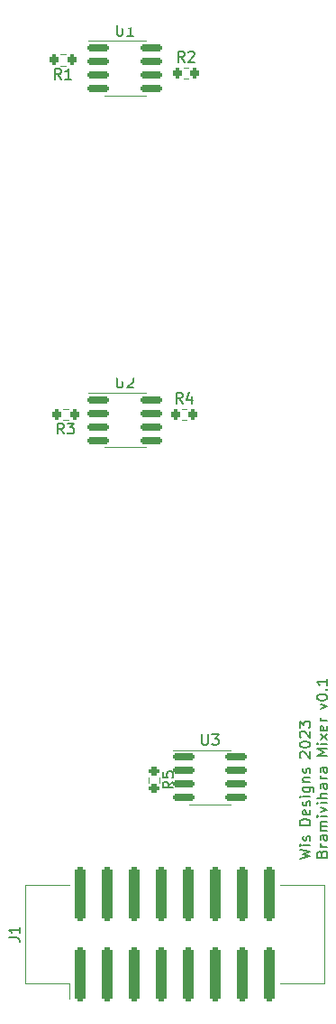
<source format=gbr>
%TF.GenerationSoftware,KiCad,Pcbnew,(7.0.0)*%
%TF.CreationDate,2023-03-10T05:54:07-08:00*%
%TF.ProjectId,wismix,7769736d-6978-42e6-9b69-6361645f7063,rev?*%
%TF.SameCoordinates,Original*%
%TF.FileFunction,Legend,Top*%
%TF.FilePolarity,Positive*%
%FSLAX46Y46*%
G04 Gerber Fmt 4.6, Leading zero omitted, Abs format (unit mm)*
G04 Created by KiCad (PCBNEW (7.0.0)) date 2023-03-10 05:54:07*
%MOMM*%
%LPD*%
G01*
G04 APERTURE LIST*
G04 Aperture macros list*
%AMRoundRect*
0 Rectangle with rounded corners*
0 $1 Rounding radius*
0 $2 $3 $4 $5 $6 $7 $8 $9 X,Y pos of 4 corners*
0 Add a 4 corners polygon primitive as box body*
4,1,4,$2,$3,$4,$5,$6,$7,$8,$9,$2,$3,0*
0 Add four circle primitives for the rounded corners*
1,1,$1+$1,$2,$3*
1,1,$1+$1,$4,$5*
1,1,$1+$1,$6,$7*
1,1,$1+$1,$8,$9*
0 Add four rect primitives between the rounded corners*
20,1,$1+$1,$2,$3,$4,$5,0*
20,1,$1+$1,$4,$5,$6,$7,0*
20,1,$1+$1,$6,$7,$8,$9,0*
20,1,$1+$1,$8,$9,$2,$3,0*%
G04 Aperture macros list end*
%ADD10C,0.150000*%
%ADD11C,0.120000*%
%ADD12RoundRect,0.150000X-0.825000X-0.150000X0.825000X-0.150000X0.825000X0.150000X-0.825000X0.150000X0*%
%ADD13O,2.720000X3.240000*%
%ADD14R,1.800000X1.800000*%
%ADD15C,1.800000*%
%ADD16RoundRect,0.200000X-0.275000X0.200000X-0.275000X-0.200000X0.275000X-0.200000X0.275000X0.200000X0*%
%ADD17RoundRect,0.200000X-0.200000X-0.275000X0.200000X-0.275000X0.200000X0.275000X-0.200000X0.275000X0*%
%ADD18RoundRect,0.200000X0.200000X0.275000X-0.200000X0.275000X-0.200000X-0.275000X0.200000X-0.275000X0*%
%ADD19C,2.130000*%
%ADD20R,1.830000X1.930000*%
%ADD21R,1.930000X1.830000*%
%ADD22RoundRect,0.255000X0.255000X-2.245000X0.255000X2.245000X-0.255000X2.245000X-0.255000X-2.245000X0*%
G04 APERTURE END LIST*
D10*
X46662380Y-123107142D02*
X47662380Y-122869047D01*
X47662380Y-122869047D02*
X46948095Y-122678571D01*
X46948095Y-122678571D02*
X47662380Y-122488095D01*
X47662380Y-122488095D02*
X46662380Y-122250000D01*
X47662380Y-121869047D02*
X46995714Y-121869047D01*
X46662380Y-121869047D02*
X46710000Y-121916666D01*
X46710000Y-121916666D02*
X46757619Y-121869047D01*
X46757619Y-121869047D02*
X46710000Y-121821428D01*
X46710000Y-121821428D02*
X46662380Y-121869047D01*
X46662380Y-121869047D02*
X46757619Y-121869047D01*
X47614761Y-121440476D02*
X47662380Y-121345238D01*
X47662380Y-121345238D02*
X47662380Y-121154762D01*
X47662380Y-121154762D02*
X47614761Y-121059524D01*
X47614761Y-121059524D02*
X47519523Y-121011905D01*
X47519523Y-121011905D02*
X47471904Y-121011905D01*
X47471904Y-121011905D02*
X47376666Y-121059524D01*
X47376666Y-121059524D02*
X47329047Y-121154762D01*
X47329047Y-121154762D02*
X47329047Y-121297619D01*
X47329047Y-121297619D02*
X47281428Y-121392857D01*
X47281428Y-121392857D02*
X47186190Y-121440476D01*
X47186190Y-121440476D02*
X47138571Y-121440476D01*
X47138571Y-121440476D02*
X47043333Y-121392857D01*
X47043333Y-121392857D02*
X46995714Y-121297619D01*
X46995714Y-121297619D02*
X46995714Y-121154762D01*
X46995714Y-121154762D02*
X47043333Y-121059524D01*
X47662380Y-119983333D02*
X46662380Y-119983333D01*
X46662380Y-119983333D02*
X46662380Y-119745238D01*
X46662380Y-119745238D02*
X46710000Y-119602381D01*
X46710000Y-119602381D02*
X46805238Y-119507143D01*
X46805238Y-119507143D02*
X46900476Y-119459524D01*
X46900476Y-119459524D02*
X47090952Y-119411905D01*
X47090952Y-119411905D02*
X47233809Y-119411905D01*
X47233809Y-119411905D02*
X47424285Y-119459524D01*
X47424285Y-119459524D02*
X47519523Y-119507143D01*
X47519523Y-119507143D02*
X47614761Y-119602381D01*
X47614761Y-119602381D02*
X47662380Y-119745238D01*
X47662380Y-119745238D02*
X47662380Y-119983333D01*
X47614761Y-118602381D02*
X47662380Y-118697619D01*
X47662380Y-118697619D02*
X47662380Y-118888095D01*
X47662380Y-118888095D02*
X47614761Y-118983333D01*
X47614761Y-118983333D02*
X47519523Y-119030952D01*
X47519523Y-119030952D02*
X47138571Y-119030952D01*
X47138571Y-119030952D02*
X47043333Y-118983333D01*
X47043333Y-118983333D02*
X46995714Y-118888095D01*
X46995714Y-118888095D02*
X46995714Y-118697619D01*
X46995714Y-118697619D02*
X47043333Y-118602381D01*
X47043333Y-118602381D02*
X47138571Y-118554762D01*
X47138571Y-118554762D02*
X47233809Y-118554762D01*
X47233809Y-118554762D02*
X47329047Y-119030952D01*
X47614761Y-118173809D02*
X47662380Y-118078571D01*
X47662380Y-118078571D02*
X47662380Y-117888095D01*
X47662380Y-117888095D02*
X47614761Y-117792857D01*
X47614761Y-117792857D02*
X47519523Y-117745238D01*
X47519523Y-117745238D02*
X47471904Y-117745238D01*
X47471904Y-117745238D02*
X47376666Y-117792857D01*
X47376666Y-117792857D02*
X47329047Y-117888095D01*
X47329047Y-117888095D02*
X47329047Y-118030952D01*
X47329047Y-118030952D02*
X47281428Y-118126190D01*
X47281428Y-118126190D02*
X47186190Y-118173809D01*
X47186190Y-118173809D02*
X47138571Y-118173809D01*
X47138571Y-118173809D02*
X47043333Y-118126190D01*
X47043333Y-118126190D02*
X46995714Y-118030952D01*
X46995714Y-118030952D02*
X46995714Y-117888095D01*
X46995714Y-117888095D02*
X47043333Y-117792857D01*
X47662380Y-117316666D02*
X46995714Y-117316666D01*
X46662380Y-117316666D02*
X46710000Y-117364285D01*
X46710000Y-117364285D02*
X46757619Y-117316666D01*
X46757619Y-117316666D02*
X46710000Y-117269047D01*
X46710000Y-117269047D02*
X46662380Y-117316666D01*
X46662380Y-117316666D02*
X46757619Y-117316666D01*
X46995714Y-116411905D02*
X47805238Y-116411905D01*
X47805238Y-116411905D02*
X47900476Y-116459524D01*
X47900476Y-116459524D02*
X47948095Y-116507143D01*
X47948095Y-116507143D02*
X47995714Y-116602381D01*
X47995714Y-116602381D02*
X47995714Y-116745238D01*
X47995714Y-116745238D02*
X47948095Y-116840476D01*
X47614761Y-116411905D02*
X47662380Y-116507143D01*
X47662380Y-116507143D02*
X47662380Y-116697619D01*
X47662380Y-116697619D02*
X47614761Y-116792857D01*
X47614761Y-116792857D02*
X47567142Y-116840476D01*
X47567142Y-116840476D02*
X47471904Y-116888095D01*
X47471904Y-116888095D02*
X47186190Y-116888095D01*
X47186190Y-116888095D02*
X47090952Y-116840476D01*
X47090952Y-116840476D02*
X47043333Y-116792857D01*
X47043333Y-116792857D02*
X46995714Y-116697619D01*
X46995714Y-116697619D02*
X46995714Y-116507143D01*
X46995714Y-116507143D02*
X47043333Y-116411905D01*
X46995714Y-115935714D02*
X47662380Y-115935714D01*
X47090952Y-115935714D02*
X47043333Y-115888095D01*
X47043333Y-115888095D02*
X46995714Y-115792857D01*
X46995714Y-115792857D02*
X46995714Y-115650000D01*
X46995714Y-115650000D02*
X47043333Y-115554762D01*
X47043333Y-115554762D02*
X47138571Y-115507143D01*
X47138571Y-115507143D02*
X47662380Y-115507143D01*
X47614761Y-115078571D02*
X47662380Y-114983333D01*
X47662380Y-114983333D02*
X47662380Y-114792857D01*
X47662380Y-114792857D02*
X47614761Y-114697619D01*
X47614761Y-114697619D02*
X47519523Y-114650000D01*
X47519523Y-114650000D02*
X47471904Y-114650000D01*
X47471904Y-114650000D02*
X47376666Y-114697619D01*
X47376666Y-114697619D02*
X47329047Y-114792857D01*
X47329047Y-114792857D02*
X47329047Y-114935714D01*
X47329047Y-114935714D02*
X47281428Y-115030952D01*
X47281428Y-115030952D02*
X47186190Y-115078571D01*
X47186190Y-115078571D02*
X47138571Y-115078571D01*
X47138571Y-115078571D02*
X47043333Y-115030952D01*
X47043333Y-115030952D02*
X46995714Y-114935714D01*
X46995714Y-114935714D02*
X46995714Y-114792857D01*
X46995714Y-114792857D02*
X47043333Y-114697619D01*
X46757619Y-113669047D02*
X46710000Y-113621428D01*
X46710000Y-113621428D02*
X46662380Y-113526190D01*
X46662380Y-113526190D02*
X46662380Y-113288095D01*
X46662380Y-113288095D02*
X46710000Y-113192857D01*
X46710000Y-113192857D02*
X46757619Y-113145238D01*
X46757619Y-113145238D02*
X46852857Y-113097619D01*
X46852857Y-113097619D02*
X46948095Y-113097619D01*
X46948095Y-113097619D02*
X47090952Y-113145238D01*
X47090952Y-113145238D02*
X47662380Y-113716666D01*
X47662380Y-113716666D02*
X47662380Y-113097619D01*
X46662380Y-112478571D02*
X46662380Y-112383333D01*
X46662380Y-112383333D02*
X46710000Y-112288095D01*
X46710000Y-112288095D02*
X46757619Y-112240476D01*
X46757619Y-112240476D02*
X46852857Y-112192857D01*
X46852857Y-112192857D02*
X47043333Y-112145238D01*
X47043333Y-112145238D02*
X47281428Y-112145238D01*
X47281428Y-112145238D02*
X47471904Y-112192857D01*
X47471904Y-112192857D02*
X47567142Y-112240476D01*
X47567142Y-112240476D02*
X47614761Y-112288095D01*
X47614761Y-112288095D02*
X47662380Y-112383333D01*
X47662380Y-112383333D02*
X47662380Y-112478571D01*
X47662380Y-112478571D02*
X47614761Y-112573809D01*
X47614761Y-112573809D02*
X47567142Y-112621428D01*
X47567142Y-112621428D02*
X47471904Y-112669047D01*
X47471904Y-112669047D02*
X47281428Y-112716666D01*
X47281428Y-112716666D02*
X47043333Y-112716666D01*
X47043333Y-112716666D02*
X46852857Y-112669047D01*
X46852857Y-112669047D02*
X46757619Y-112621428D01*
X46757619Y-112621428D02*
X46710000Y-112573809D01*
X46710000Y-112573809D02*
X46662380Y-112478571D01*
X46757619Y-111764285D02*
X46710000Y-111716666D01*
X46710000Y-111716666D02*
X46662380Y-111621428D01*
X46662380Y-111621428D02*
X46662380Y-111383333D01*
X46662380Y-111383333D02*
X46710000Y-111288095D01*
X46710000Y-111288095D02*
X46757619Y-111240476D01*
X46757619Y-111240476D02*
X46852857Y-111192857D01*
X46852857Y-111192857D02*
X46948095Y-111192857D01*
X46948095Y-111192857D02*
X47090952Y-111240476D01*
X47090952Y-111240476D02*
X47662380Y-111811904D01*
X47662380Y-111811904D02*
X47662380Y-111192857D01*
X46662380Y-110859523D02*
X46662380Y-110240476D01*
X46662380Y-110240476D02*
X47043333Y-110573809D01*
X47043333Y-110573809D02*
X47043333Y-110430952D01*
X47043333Y-110430952D02*
X47090952Y-110335714D01*
X47090952Y-110335714D02*
X47138571Y-110288095D01*
X47138571Y-110288095D02*
X47233809Y-110240476D01*
X47233809Y-110240476D02*
X47471904Y-110240476D01*
X47471904Y-110240476D02*
X47567142Y-110288095D01*
X47567142Y-110288095D02*
X47614761Y-110335714D01*
X47614761Y-110335714D02*
X47662380Y-110430952D01*
X47662380Y-110430952D02*
X47662380Y-110716666D01*
X47662380Y-110716666D02*
X47614761Y-110811904D01*
X47614761Y-110811904D02*
X47567142Y-110859523D01*
X48758571Y-122678571D02*
X48806190Y-122535714D01*
X48806190Y-122535714D02*
X48853809Y-122488095D01*
X48853809Y-122488095D02*
X48949047Y-122440476D01*
X48949047Y-122440476D02*
X49091904Y-122440476D01*
X49091904Y-122440476D02*
X49187142Y-122488095D01*
X49187142Y-122488095D02*
X49234761Y-122535714D01*
X49234761Y-122535714D02*
X49282380Y-122630952D01*
X49282380Y-122630952D02*
X49282380Y-123011904D01*
X49282380Y-123011904D02*
X48282380Y-123011904D01*
X48282380Y-123011904D02*
X48282380Y-122678571D01*
X48282380Y-122678571D02*
X48330000Y-122583333D01*
X48330000Y-122583333D02*
X48377619Y-122535714D01*
X48377619Y-122535714D02*
X48472857Y-122488095D01*
X48472857Y-122488095D02*
X48568095Y-122488095D01*
X48568095Y-122488095D02*
X48663333Y-122535714D01*
X48663333Y-122535714D02*
X48710952Y-122583333D01*
X48710952Y-122583333D02*
X48758571Y-122678571D01*
X48758571Y-122678571D02*
X48758571Y-123011904D01*
X49282380Y-122011904D02*
X48615714Y-122011904D01*
X48806190Y-122011904D02*
X48710952Y-121964285D01*
X48710952Y-121964285D02*
X48663333Y-121916666D01*
X48663333Y-121916666D02*
X48615714Y-121821428D01*
X48615714Y-121821428D02*
X48615714Y-121726190D01*
X49282380Y-120964285D02*
X48758571Y-120964285D01*
X48758571Y-120964285D02*
X48663333Y-121011904D01*
X48663333Y-121011904D02*
X48615714Y-121107142D01*
X48615714Y-121107142D02*
X48615714Y-121297618D01*
X48615714Y-121297618D02*
X48663333Y-121392856D01*
X49234761Y-120964285D02*
X49282380Y-121059523D01*
X49282380Y-121059523D02*
X49282380Y-121297618D01*
X49282380Y-121297618D02*
X49234761Y-121392856D01*
X49234761Y-121392856D02*
X49139523Y-121440475D01*
X49139523Y-121440475D02*
X49044285Y-121440475D01*
X49044285Y-121440475D02*
X48949047Y-121392856D01*
X48949047Y-121392856D02*
X48901428Y-121297618D01*
X48901428Y-121297618D02*
X48901428Y-121059523D01*
X48901428Y-121059523D02*
X48853809Y-120964285D01*
X49282380Y-120488094D02*
X48615714Y-120488094D01*
X48710952Y-120488094D02*
X48663333Y-120440475D01*
X48663333Y-120440475D02*
X48615714Y-120345237D01*
X48615714Y-120345237D02*
X48615714Y-120202380D01*
X48615714Y-120202380D02*
X48663333Y-120107142D01*
X48663333Y-120107142D02*
X48758571Y-120059523D01*
X48758571Y-120059523D02*
X49282380Y-120059523D01*
X48758571Y-120059523D02*
X48663333Y-120011904D01*
X48663333Y-120011904D02*
X48615714Y-119916666D01*
X48615714Y-119916666D02*
X48615714Y-119773809D01*
X48615714Y-119773809D02*
X48663333Y-119678570D01*
X48663333Y-119678570D02*
X48758571Y-119630951D01*
X48758571Y-119630951D02*
X49282380Y-119630951D01*
X49282380Y-119154761D02*
X48615714Y-119154761D01*
X48282380Y-119154761D02*
X48330000Y-119202380D01*
X48330000Y-119202380D02*
X48377619Y-119154761D01*
X48377619Y-119154761D02*
X48330000Y-119107142D01*
X48330000Y-119107142D02*
X48282380Y-119154761D01*
X48282380Y-119154761D02*
X48377619Y-119154761D01*
X48615714Y-118773809D02*
X49282380Y-118535714D01*
X49282380Y-118535714D02*
X48615714Y-118297619D01*
X49282380Y-117916666D02*
X48615714Y-117916666D01*
X48282380Y-117916666D02*
X48330000Y-117964285D01*
X48330000Y-117964285D02*
X48377619Y-117916666D01*
X48377619Y-117916666D02*
X48330000Y-117869047D01*
X48330000Y-117869047D02*
X48282380Y-117916666D01*
X48282380Y-117916666D02*
X48377619Y-117916666D01*
X49282380Y-117440476D02*
X48282380Y-117440476D01*
X49282380Y-117011905D02*
X48758571Y-117011905D01*
X48758571Y-117011905D02*
X48663333Y-117059524D01*
X48663333Y-117059524D02*
X48615714Y-117154762D01*
X48615714Y-117154762D02*
X48615714Y-117297619D01*
X48615714Y-117297619D02*
X48663333Y-117392857D01*
X48663333Y-117392857D02*
X48710952Y-117440476D01*
X49282380Y-116107143D02*
X48758571Y-116107143D01*
X48758571Y-116107143D02*
X48663333Y-116154762D01*
X48663333Y-116154762D02*
X48615714Y-116250000D01*
X48615714Y-116250000D02*
X48615714Y-116440476D01*
X48615714Y-116440476D02*
X48663333Y-116535714D01*
X49234761Y-116107143D02*
X49282380Y-116202381D01*
X49282380Y-116202381D02*
X49282380Y-116440476D01*
X49282380Y-116440476D02*
X49234761Y-116535714D01*
X49234761Y-116535714D02*
X49139523Y-116583333D01*
X49139523Y-116583333D02*
X49044285Y-116583333D01*
X49044285Y-116583333D02*
X48949047Y-116535714D01*
X48949047Y-116535714D02*
X48901428Y-116440476D01*
X48901428Y-116440476D02*
X48901428Y-116202381D01*
X48901428Y-116202381D02*
X48853809Y-116107143D01*
X49282380Y-115630952D02*
X48615714Y-115630952D01*
X48806190Y-115630952D02*
X48710952Y-115583333D01*
X48710952Y-115583333D02*
X48663333Y-115535714D01*
X48663333Y-115535714D02*
X48615714Y-115440476D01*
X48615714Y-115440476D02*
X48615714Y-115345238D01*
X49282380Y-114583333D02*
X48758571Y-114583333D01*
X48758571Y-114583333D02*
X48663333Y-114630952D01*
X48663333Y-114630952D02*
X48615714Y-114726190D01*
X48615714Y-114726190D02*
X48615714Y-114916666D01*
X48615714Y-114916666D02*
X48663333Y-115011904D01*
X49234761Y-114583333D02*
X49282380Y-114678571D01*
X49282380Y-114678571D02*
X49282380Y-114916666D01*
X49282380Y-114916666D02*
X49234761Y-115011904D01*
X49234761Y-115011904D02*
X49139523Y-115059523D01*
X49139523Y-115059523D02*
X49044285Y-115059523D01*
X49044285Y-115059523D02*
X48949047Y-115011904D01*
X48949047Y-115011904D02*
X48901428Y-114916666D01*
X48901428Y-114916666D02*
X48901428Y-114678571D01*
X48901428Y-114678571D02*
X48853809Y-114583333D01*
X49282380Y-113507142D02*
X48282380Y-113507142D01*
X48282380Y-113507142D02*
X48996666Y-113173809D01*
X48996666Y-113173809D02*
X48282380Y-112840476D01*
X48282380Y-112840476D02*
X49282380Y-112840476D01*
X49282380Y-112364285D02*
X48615714Y-112364285D01*
X48282380Y-112364285D02*
X48330000Y-112411904D01*
X48330000Y-112411904D02*
X48377619Y-112364285D01*
X48377619Y-112364285D02*
X48330000Y-112316666D01*
X48330000Y-112316666D02*
X48282380Y-112364285D01*
X48282380Y-112364285D02*
X48377619Y-112364285D01*
X49282380Y-111983333D02*
X48615714Y-111459524D01*
X48615714Y-111983333D02*
X49282380Y-111459524D01*
X49234761Y-110697619D02*
X49282380Y-110792857D01*
X49282380Y-110792857D02*
X49282380Y-110983333D01*
X49282380Y-110983333D02*
X49234761Y-111078571D01*
X49234761Y-111078571D02*
X49139523Y-111126190D01*
X49139523Y-111126190D02*
X48758571Y-111126190D01*
X48758571Y-111126190D02*
X48663333Y-111078571D01*
X48663333Y-111078571D02*
X48615714Y-110983333D01*
X48615714Y-110983333D02*
X48615714Y-110792857D01*
X48615714Y-110792857D02*
X48663333Y-110697619D01*
X48663333Y-110697619D02*
X48758571Y-110650000D01*
X48758571Y-110650000D02*
X48853809Y-110650000D01*
X48853809Y-110650000D02*
X48949047Y-111126190D01*
X49282380Y-110221428D02*
X48615714Y-110221428D01*
X48806190Y-110221428D02*
X48710952Y-110173809D01*
X48710952Y-110173809D02*
X48663333Y-110126190D01*
X48663333Y-110126190D02*
X48615714Y-110030952D01*
X48615714Y-110030952D02*
X48615714Y-109935714D01*
X48615714Y-109097618D02*
X49282380Y-108859523D01*
X49282380Y-108859523D02*
X48615714Y-108621428D01*
X48282380Y-108049999D02*
X48282380Y-107954761D01*
X48282380Y-107954761D02*
X48330000Y-107859523D01*
X48330000Y-107859523D02*
X48377619Y-107811904D01*
X48377619Y-107811904D02*
X48472857Y-107764285D01*
X48472857Y-107764285D02*
X48663333Y-107716666D01*
X48663333Y-107716666D02*
X48901428Y-107716666D01*
X48901428Y-107716666D02*
X49091904Y-107764285D01*
X49091904Y-107764285D02*
X49187142Y-107811904D01*
X49187142Y-107811904D02*
X49234761Y-107859523D01*
X49234761Y-107859523D02*
X49282380Y-107954761D01*
X49282380Y-107954761D02*
X49282380Y-108049999D01*
X49282380Y-108049999D02*
X49234761Y-108145237D01*
X49234761Y-108145237D02*
X49187142Y-108192856D01*
X49187142Y-108192856D02*
X49091904Y-108240475D01*
X49091904Y-108240475D02*
X48901428Y-108288094D01*
X48901428Y-108288094D02*
X48663333Y-108288094D01*
X48663333Y-108288094D02*
X48472857Y-108240475D01*
X48472857Y-108240475D02*
X48377619Y-108192856D01*
X48377619Y-108192856D02*
X48330000Y-108145237D01*
X48330000Y-108145237D02*
X48282380Y-108049999D01*
X49187142Y-107288094D02*
X49234761Y-107240475D01*
X49234761Y-107240475D02*
X49282380Y-107288094D01*
X49282380Y-107288094D02*
X49234761Y-107335713D01*
X49234761Y-107335713D02*
X49187142Y-107288094D01*
X49187142Y-107288094D02*
X49282380Y-107288094D01*
X49282380Y-106288095D02*
X49282380Y-106859523D01*
X49282380Y-106573809D02*
X48282380Y-106573809D01*
X48282380Y-106573809D02*
X48425238Y-106669047D01*
X48425238Y-106669047D02*
X48520476Y-106764285D01*
X48520476Y-106764285D02*
X48568095Y-106859523D01*
%TO.C,U3*%
X37488095Y-111467380D02*
X37488095Y-112276904D01*
X37488095Y-112276904D02*
X37535714Y-112372142D01*
X37535714Y-112372142D02*
X37583333Y-112419761D01*
X37583333Y-112419761D02*
X37678571Y-112467380D01*
X37678571Y-112467380D02*
X37869047Y-112467380D01*
X37869047Y-112467380D02*
X37964285Y-112419761D01*
X37964285Y-112419761D02*
X38011904Y-112372142D01*
X38011904Y-112372142D02*
X38059523Y-112276904D01*
X38059523Y-112276904D02*
X38059523Y-111467380D01*
X38440476Y-111467380D02*
X39059523Y-111467380D01*
X39059523Y-111467380D02*
X38726190Y-111848333D01*
X38726190Y-111848333D02*
X38869047Y-111848333D01*
X38869047Y-111848333D02*
X38964285Y-111895952D01*
X38964285Y-111895952D02*
X39011904Y-111943571D01*
X39011904Y-111943571D02*
X39059523Y-112038809D01*
X39059523Y-112038809D02*
X39059523Y-112276904D01*
X39059523Y-112276904D02*
X39011904Y-112372142D01*
X39011904Y-112372142D02*
X38964285Y-112419761D01*
X38964285Y-112419761D02*
X38869047Y-112467380D01*
X38869047Y-112467380D02*
X38583333Y-112467380D01*
X38583333Y-112467380D02*
X38488095Y-112419761D01*
X38488095Y-112419761D02*
X38440476Y-112372142D01*
%TO.C,U2*%
X29488095Y-77967380D02*
X29488095Y-78776904D01*
X29488095Y-78776904D02*
X29535714Y-78872142D01*
X29535714Y-78872142D02*
X29583333Y-78919761D01*
X29583333Y-78919761D02*
X29678571Y-78967380D01*
X29678571Y-78967380D02*
X29869047Y-78967380D01*
X29869047Y-78967380D02*
X29964285Y-78919761D01*
X29964285Y-78919761D02*
X30011904Y-78872142D01*
X30011904Y-78872142D02*
X30059523Y-78776904D01*
X30059523Y-78776904D02*
X30059523Y-77967380D01*
X30488095Y-78062619D02*
X30535714Y-78015000D01*
X30535714Y-78015000D02*
X30630952Y-77967380D01*
X30630952Y-77967380D02*
X30869047Y-77967380D01*
X30869047Y-77967380D02*
X30964285Y-78015000D01*
X30964285Y-78015000D02*
X31011904Y-78062619D01*
X31011904Y-78062619D02*
X31059523Y-78157857D01*
X31059523Y-78157857D02*
X31059523Y-78253095D01*
X31059523Y-78253095D02*
X31011904Y-78395952D01*
X31011904Y-78395952D02*
X30440476Y-78967380D01*
X30440476Y-78967380D02*
X31059523Y-78967380D01*
%TO.C,U1*%
X29488095Y-44967380D02*
X29488095Y-45776904D01*
X29488095Y-45776904D02*
X29535714Y-45872142D01*
X29535714Y-45872142D02*
X29583333Y-45919761D01*
X29583333Y-45919761D02*
X29678571Y-45967380D01*
X29678571Y-45967380D02*
X29869047Y-45967380D01*
X29869047Y-45967380D02*
X29964285Y-45919761D01*
X29964285Y-45919761D02*
X30011904Y-45872142D01*
X30011904Y-45872142D02*
X30059523Y-45776904D01*
X30059523Y-45776904D02*
X30059523Y-44967380D01*
X31059523Y-45967380D02*
X30488095Y-45967380D01*
X30773809Y-45967380D02*
X30773809Y-44967380D01*
X30773809Y-44967380D02*
X30678571Y-45110238D01*
X30678571Y-45110238D02*
X30583333Y-45205476D01*
X30583333Y-45205476D02*
X30488095Y-45253095D01*
%TO.C,R5*%
X34797380Y-115916666D02*
X34321190Y-116249999D01*
X34797380Y-116488094D02*
X33797380Y-116488094D01*
X33797380Y-116488094D02*
X33797380Y-116107142D01*
X33797380Y-116107142D02*
X33845000Y-116011904D01*
X33845000Y-116011904D02*
X33892619Y-115964285D01*
X33892619Y-115964285D02*
X33987857Y-115916666D01*
X33987857Y-115916666D02*
X34130714Y-115916666D01*
X34130714Y-115916666D02*
X34225952Y-115964285D01*
X34225952Y-115964285D02*
X34273571Y-116011904D01*
X34273571Y-116011904D02*
X34321190Y-116107142D01*
X34321190Y-116107142D02*
X34321190Y-116488094D01*
X33797380Y-115011904D02*
X33797380Y-115488094D01*
X33797380Y-115488094D02*
X34273571Y-115535713D01*
X34273571Y-115535713D02*
X34225952Y-115488094D01*
X34225952Y-115488094D02*
X34178333Y-115392856D01*
X34178333Y-115392856D02*
X34178333Y-115154761D01*
X34178333Y-115154761D02*
X34225952Y-115059523D01*
X34225952Y-115059523D02*
X34273571Y-115011904D01*
X34273571Y-115011904D02*
X34368809Y-114964285D01*
X34368809Y-114964285D02*
X34606904Y-114964285D01*
X34606904Y-114964285D02*
X34702142Y-115011904D01*
X34702142Y-115011904D02*
X34749761Y-115059523D01*
X34749761Y-115059523D02*
X34797380Y-115154761D01*
X34797380Y-115154761D02*
X34797380Y-115392856D01*
X34797380Y-115392856D02*
X34749761Y-115488094D01*
X34749761Y-115488094D02*
X34702142Y-115535713D01*
%TO.C,R4*%
X35658333Y-80437380D02*
X35325000Y-79961190D01*
X35086905Y-80437380D02*
X35086905Y-79437380D01*
X35086905Y-79437380D02*
X35467857Y-79437380D01*
X35467857Y-79437380D02*
X35563095Y-79485000D01*
X35563095Y-79485000D02*
X35610714Y-79532619D01*
X35610714Y-79532619D02*
X35658333Y-79627857D01*
X35658333Y-79627857D02*
X35658333Y-79770714D01*
X35658333Y-79770714D02*
X35610714Y-79865952D01*
X35610714Y-79865952D02*
X35563095Y-79913571D01*
X35563095Y-79913571D02*
X35467857Y-79961190D01*
X35467857Y-79961190D02*
X35086905Y-79961190D01*
X36515476Y-79770714D02*
X36515476Y-80437380D01*
X36277381Y-79389761D02*
X36039286Y-80104047D01*
X36039286Y-80104047D02*
X36658333Y-80104047D01*
%TO.C,R3*%
X24508333Y-83297380D02*
X24175000Y-82821190D01*
X23936905Y-83297380D02*
X23936905Y-82297380D01*
X23936905Y-82297380D02*
X24317857Y-82297380D01*
X24317857Y-82297380D02*
X24413095Y-82345000D01*
X24413095Y-82345000D02*
X24460714Y-82392619D01*
X24460714Y-82392619D02*
X24508333Y-82487857D01*
X24508333Y-82487857D02*
X24508333Y-82630714D01*
X24508333Y-82630714D02*
X24460714Y-82725952D01*
X24460714Y-82725952D02*
X24413095Y-82773571D01*
X24413095Y-82773571D02*
X24317857Y-82821190D01*
X24317857Y-82821190D02*
X23936905Y-82821190D01*
X24841667Y-82297380D02*
X25460714Y-82297380D01*
X25460714Y-82297380D02*
X25127381Y-82678333D01*
X25127381Y-82678333D02*
X25270238Y-82678333D01*
X25270238Y-82678333D02*
X25365476Y-82725952D01*
X25365476Y-82725952D02*
X25413095Y-82773571D01*
X25413095Y-82773571D02*
X25460714Y-82868809D01*
X25460714Y-82868809D02*
X25460714Y-83106904D01*
X25460714Y-83106904D02*
X25413095Y-83202142D01*
X25413095Y-83202142D02*
X25365476Y-83249761D01*
X25365476Y-83249761D02*
X25270238Y-83297380D01*
X25270238Y-83297380D02*
X24984524Y-83297380D01*
X24984524Y-83297380D02*
X24889286Y-83249761D01*
X24889286Y-83249761D02*
X24841667Y-83202142D01*
%TO.C,R2*%
X35833333Y-48437380D02*
X35500000Y-47961190D01*
X35261905Y-48437380D02*
X35261905Y-47437380D01*
X35261905Y-47437380D02*
X35642857Y-47437380D01*
X35642857Y-47437380D02*
X35738095Y-47485000D01*
X35738095Y-47485000D02*
X35785714Y-47532619D01*
X35785714Y-47532619D02*
X35833333Y-47627857D01*
X35833333Y-47627857D02*
X35833333Y-47770714D01*
X35833333Y-47770714D02*
X35785714Y-47865952D01*
X35785714Y-47865952D02*
X35738095Y-47913571D01*
X35738095Y-47913571D02*
X35642857Y-47961190D01*
X35642857Y-47961190D02*
X35261905Y-47961190D01*
X36214286Y-47532619D02*
X36261905Y-47485000D01*
X36261905Y-47485000D02*
X36357143Y-47437380D01*
X36357143Y-47437380D02*
X36595238Y-47437380D01*
X36595238Y-47437380D02*
X36690476Y-47485000D01*
X36690476Y-47485000D02*
X36738095Y-47532619D01*
X36738095Y-47532619D02*
X36785714Y-47627857D01*
X36785714Y-47627857D02*
X36785714Y-47723095D01*
X36785714Y-47723095D02*
X36738095Y-47865952D01*
X36738095Y-47865952D02*
X36166667Y-48437380D01*
X36166667Y-48437380D02*
X36785714Y-48437380D01*
%TO.C,R1*%
X24258333Y-50047380D02*
X23925000Y-49571190D01*
X23686905Y-50047380D02*
X23686905Y-49047380D01*
X23686905Y-49047380D02*
X24067857Y-49047380D01*
X24067857Y-49047380D02*
X24163095Y-49095000D01*
X24163095Y-49095000D02*
X24210714Y-49142619D01*
X24210714Y-49142619D02*
X24258333Y-49237857D01*
X24258333Y-49237857D02*
X24258333Y-49380714D01*
X24258333Y-49380714D02*
X24210714Y-49475952D01*
X24210714Y-49475952D02*
X24163095Y-49523571D01*
X24163095Y-49523571D02*
X24067857Y-49571190D01*
X24067857Y-49571190D02*
X23686905Y-49571190D01*
X25210714Y-50047380D02*
X24639286Y-50047380D01*
X24925000Y-50047380D02*
X24925000Y-49047380D01*
X24925000Y-49047380D02*
X24829762Y-49190238D01*
X24829762Y-49190238D02*
X24734524Y-49285476D01*
X24734524Y-49285476D02*
X24639286Y-49333095D01*
%TO.C,J1*%
X19337380Y-130533333D02*
X20051666Y-130533333D01*
X20051666Y-130533333D02*
X20194523Y-130580952D01*
X20194523Y-130580952D02*
X20289761Y-130676190D01*
X20289761Y-130676190D02*
X20337380Y-130819047D01*
X20337380Y-130819047D02*
X20337380Y-130914285D01*
X20337380Y-129533333D02*
X20337380Y-130104761D01*
X20337380Y-129819047D02*
X19337380Y-129819047D01*
X19337380Y-129819047D02*
X19480238Y-129914285D01*
X19480238Y-129914285D02*
X19575476Y-130009523D01*
X19575476Y-130009523D02*
X19623095Y-130104761D01*
D11*
%TO.C,U3*%
X38250000Y-112940000D02*
X40200000Y-112940000D01*
X38250000Y-118060000D02*
X40200000Y-118060000D01*
X38250000Y-112940000D02*
X34800000Y-112940000D01*
X38250000Y-118060000D02*
X36300000Y-118060000D01*
%TO.C,U2*%
X30250000Y-79440000D02*
X32200000Y-79440000D01*
X30250000Y-84560000D02*
X32200000Y-84560000D01*
X30250000Y-79440000D02*
X26800000Y-79440000D01*
X30250000Y-84560000D02*
X28300000Y-84560000D01*
%TO.C,U1*%
X30250000Y-46440000D02*
X32200000Y-46440000D01*
X30250000Y-51560000D02*
X32200000Y-51560000D01*
X30250000Y-46440000D02*
X26800000Y-46440000D01*
X30250000Y-51560000D02*
X28300000Y-51560000D01*
%TO.C,R5*%
X32477500Y-115512742D02*
X32477500Y-115987258D01*
X33522500Y-115512742D02*
X33522500Y-115987258D01*
%TO.C,R4*%
X35587742Y-82022500D02*
X36062258Y-82022500D01*
X35587742Y-80977500D02*
X36062258Y-80977500D01*
%TO.C,R3*%
X24912258Y-80977500D02*
X24437742Y-80977500D01*
X24912258Y-82022500D02*
X24437742Y-82022500D01*
%TO.C,R2*%
X35762742Y-50022500D02*
X36237258Y-50022500D01*
X35762742Y-48977500D02*
X36237258Y-48977500D01*
%TO.C,R1*%
X24662258Y-47727500D02*
X24187742Y-47727500D01*
X24662258Y-48772500D02*
X24187742Y-48772500D01*
%TO.C,J1*%
X25040000Y-134785000D02*
X20860000Y-134785000D01*
X20860000Y-134785000D02*
X20860000Y-125615000D01*
X20860000Y-125615000D02*
X25040000Y-125615000D01*
X44840000Y-134785000D02*
X49020000Y-134785000D01*
X49020000Y-134785000D02*
X49020000Y-125615000D01*
X49020000Y-125615000D02*
X44840000Y-125615000D01*
X25040000Y-134785000D02*
X25040000Y-136285000D01*
%TD*%
%LPC*%
D12*
%TO.C,U3*%
X35775000Y-113595000D03*
X35775000Y-114865000D03*
X35775000Y-116135000D03*
X35775000Y-117405000D03*
X40725000Y-117405000D03*
X40725000Y-116135000D03*
X40725000Y-114865000D03*
X40725000Y-113595000D03*
%TD*%
%TO.C,U2*%
X27775000Y-80095000D03*
X27775000Y-81365000D03*
X27775000Y-82635000D03*
X27775000Y-83905000D03*
X32725000Y-83905000D03*
X32725000Y-82635000D03*
X32725000Y-81365000D03*
X32725000Y-80095000D03*
%TD*%
%TO.C,U1*%
X27775000Y-47095000D03*
X27775000Y-48365000D03*
X27775000Y-49635000D03*
X27775000Y-50905000D03*
X32725000Y-50905000D03*
X32725000Y-49635000D03*
X32725000Y-48365000D03*
X32725000Y-47095000D03*
%TD*%
D13*
%TO.C,RV5*%
X35072499Y-103249999D03*
X25472499Y-103249999D03*
D14*
X32772499Y-110749999D03*
D15*
X30272500Y-110750000D03*
X27772500Y-110750000D03*
%TD*%
%TO.C,RV4*%
X27772500Y-94175000D03*
X30272500Y-94175000D03*
D14*
X32772499Y-94174999D03*
D13*
X25472499Y-86674999D03*
X35072499Y-86674999D03*
%TD*%
%TO.C,RV3*%
X35072499Y-70099999D03*
X25472499Y-70099999D03*
D14*
X32772499Y-77599999D03*
D15*
X30272500Y-77600000D03*
X27772500Y-77600000D03*
%TD*%
%TO.C,RV2*%
X27772500Y-61025000D03*
X30272500Y-61025000D03*
D14*
X32772499Y-61024999D03*
D13*
X25472499Y-53524999D03*
X35072499Y-53524999D03*
%TD*%
D15*
%TO.C,RV1*%
X27772500Y-44475000D03*
X30272500Y-44475000D03*
D14*
X32772499Y-44474999D03*
D13*
X25472499Y-36974999D03*
X35072499Y-36974999D03*
%TD*%
D16*
%TO.C,R5*%
X33000000Y-114925000D03*
X33000000Y-116575000D03*
%TD*%
D17*
%TO.C,R4*%
X35000000Y-81500000D03*
X36650000Y-81500000D03*
%TD*%
D18*
%TO.C,R3*%
X25500000Y-81500000D03*
X23850000Y-81500000D03*
%TD*%
D17*
%TO.C,R2*%
X35175000Y-49500000D03*
X36825000Y-49500000D03*
%TD*%
D18*
%TO.C,R1*%
X25250000Y-48250000D03*
X23600000Y-48250000D03*
%TD*%
D19*
%TO.C,J7*%
X31570000Y-121500000D03*
X39870000Y-121500000D03*
D20*
X28469999Y-121499999D03*
%TD*%
D21*
%TO.C,J6*%
X43272499Y-109924999D03*
D19*
X43272500Y-98525000D03*
X43272500Y-106825000D03*
%TD*%
%TO.C,J5*%
X43272500Y-90250000D03*
X43272500Y-81950000D03*
D21*
X43272499Y-93349999D03*
%TD*%
D19*
%TO.C,J4*%
X43272500Y-73675000D03*
X43272500Y-65375000D03*
D21*
X43272499Y-76774999D03*
%TD*%
D19*
%TO.C,J3*%
X43258674Y-57100000D03*
X43258674Y-48800000D03*
D21*
X43258673Y-60199999D03*
%TD*%
%TO.C,J2*%
X43272499Y-43599999D03*
D19*
X43272500Y-32200000D03*
X43272500Y-40500000D03*
%TD*%
D22*
%TO.C,J1*%
X26050000Y-134000000D03*
X28590000Y-134000000D03*
X31130000Y-134000000D03*
X33670000Y-134000000D03*
X36210000Y-134000000D03*
X38750000Y-134000000D03*
X41290000Y-134000000D03*
X43830000Y-134000000D03*
X26050000Y-126400000D03*
X28590000Y-126400000D03*
X31130000Y-126400000D03*
X33670000Y-126400000D03*
X36210000Y-126400000D03*
X38750000Y-126400000D03*
X41290000Y-126400000D03*
X43830000Y-126400000D03*
%TD*%
M02*

</source>
